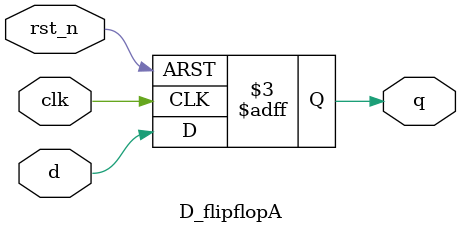
<source format=v>
module D_flipflopA (
  input clk, rst_n,
  input d,
  output reg q
  );
  
  always@(posedge clk or negedge rst_n) begin
    if(!rst_n) q <= 0;
    else       q <= d;
  end
  
endmodule
</source>
